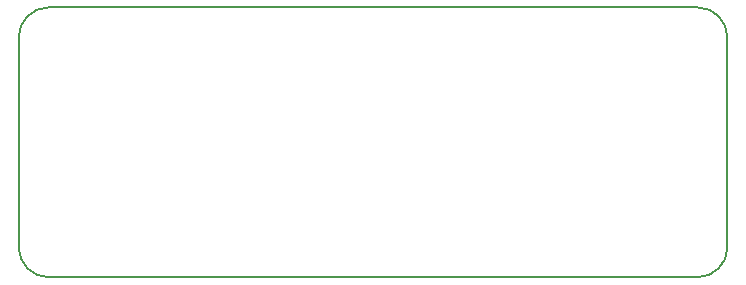
<source format=gm1>
G04 #@! TF.FileFunction,Profile,NP*
%FSLAX46Y46*%
G04 Gerber Fmt 4.6, Leading zero omitted, Abs format (unit mm)*
G04 Created by KiCad (PCBNEW 4.0.2-stable) date 11/17/2016 12:04:15 PM*
%MOMM*%
G01*
G04 APERTURE LIST*
%ADD10C,0.100000*%
%ADD11C,0.150000*%
G04 APERTURE END LIST*
D10*
D11*
X139700000Y-99060000D02*
X145732500Y-99060000D01*
X145732500Y-121920000D02*
X139700000Y-121920000D01*
X90805000Y-99060000D02*
X93980000Y-99060000D01*
X93980000Y-121920000D02*
X90805000Y-121920000D01*
X88265000Y-119380000D02*
X88265000Y-101600000D01*
X139700000Y-121920000D02*
X93980000Y-121920000D01*
X148272500Y-101600000D02*
X148272500Y-119380000D01*
X93980000Y-99060000D02*
X139700000Y-99060000D01*
X148272500Y-101600000D02*
G75*
G03X145732500Y-99060000I-2540000J0D01*
G01*
X145732500Y-121920000D02*
G75*
G03X148272500Y-119380000I0J2540000D01*
G01*
X88265000Y-119380000D02*
G75*
G03X90805000Y-121920000I2540000J0D01*
G01*
X90805000Y-99060000D02*
G75*
G03X88265000Y-101600000I0J-2540000D01*
G01*
M02*

</source>
